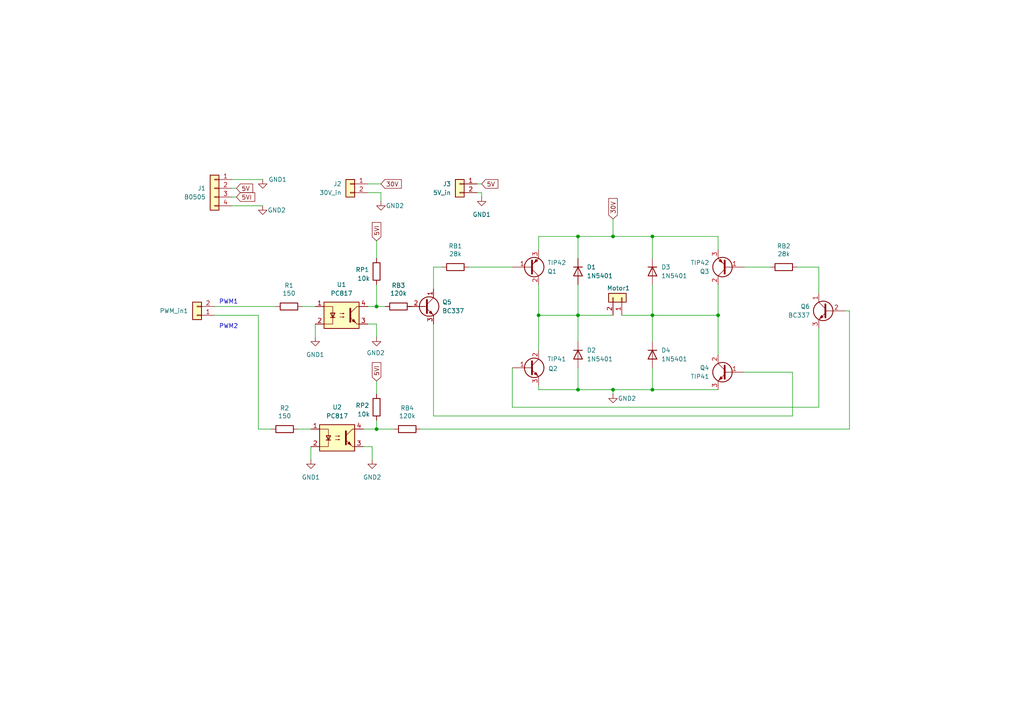
<source format=kicad_sch>
(kicad_sch (version 20231120) (generator "eeschema") (generator_version "8.0")
  (paper "A4")
  (lib_symbols
    (symbol "Connector_Generic:Conn_01x02" (pin_names (offset 1.016) hide)
      (property "Reference" "J" (at 0 2.54 0))
      (property "Value" "Conn_01x02" (at 0 -5.08 0))
      (symbol "Conn_01x02_1_1"
        (rectangle (start -1.27 -2.413) (end 0 -2.667) (stroke (width 0.1524)))
        (rectangle (start -1.27 0.127) (end 0 -0.127) (stroke (width 0.1524)))
        (rectangle (start -1.27 1.27) (end 1.27 -3.81) (stroke (width 0.254)) (fill (type background)))
        (pin passive line (at -5.08 0 0) (length 3.81) (name "Pin_1") (number "1"))
        (pin passive line (at -5.08 -2.54 0) (length 3.81) (name "Pin_2") (number "2"))
      )
    )
    (symbol "Connector_Generic:Conn_01x04" (pin_names (offset 1.016) hide)
      (property "Reference" "J" (at 0 5.08 0))
      (property "Value" "Conn_01x04" (at 0 -7.62 0))
      (symbol "Conn_01x04_1_1"
        (rectangle (start -1.27 -4.953) (end 0 -5.207) (stroke (width 0.1524)))
        (rectangle (start -1.27 -2.413) (end 0 -2.667) (stroke (width 0.1524)))
        (rectangle (start -1.27 0.127) (end 0 -0.127) (stroke (width 0.1524)))
        (rectangle (start -1.27 2.667) (end 0 2.413) (stroke (width 0.1524)))
        (rectangle (start -1.27 3.81) (end 1.27 -6.35) (stroke (width 0.254)) (fill (type background)))
        (pin passive line (at -5.08 2.54 0) (length 3.81) (name "Pin_1") (number "1"))
        (pin passive line (at -5.08 0 0) (length 3.81) (name "Pin_2") (number "2"))
        (pin passive line (at -5.08 -2.54 0) (length 3.81) (name "Pin_3") (number "3"))
        (pin passive line (at -5.08 -5.08 0) (length 3.81) (name "Pin_4") (number "4"))
      )
    )
    (symbol "Device:R" (pin_numbers hide) (pin_names (offset 0))
      (property "Reference" "R" (at 2.032 0 90))
      (property "Value" "R" (at 0 0 90))
      (symbol "R_0_1"
        (rectangle (start -1.016 -2.54) (end 1.016 2.54) (stroke (width 0.254)))
      )
      (symbol "R_1_1"
        (pin passive line (at 0 3.81 270) (length 1.27) (name "~") (number "1"))
        (pin passive line (at 0 -3.81 90) (length 1.27) (name "~") (number "2"))
      )
    )
    (symbol "Diode:1N5401" (pin_numbers hide) (pin_names hide)
      (property "Reference" "D" (at 0 2.54 0))
      (property "Value" "1N5401" (at 0 -2.54 0))
      (symbol "1N5401_0_1"
        (polyline (pts (xy -1.27 1.27) (xy -1.27 -1.27)) (stroke (width 0.254)))
        (polyline (pts (xy 1.27 0) (xy -1.27 0)))
        (polyline (pts (xy 1.27 1.27) (xy 1.27 -1.27) (xy -1.27 0) (xy 1.27 1.27)) (stroke (width 0.254)))
      )
      (symbol "1N5401_1_1"
        (pin passive line (at -3.81 0 0) (length 2.54) (name "K") (number "1"))
        (pin passive line (at 3.81 0 180) (length 2.54) (name "A") (number "2"))
      )
    )
    (symbol "Isolator:PC817" (pin_names (offset 1.016))
      (property "Reference" "U" (at -5.08 5.08 0))
      (property "Value" "PC817" (at 0 5.08 0))
      (symbol "PC817_0_1"
        (rectangle (start -5.08 3.81) (end 5.08 -3.81) (stroke (width 0.254)) (fill (type background)))
        (polyline (pts (xy -3.175 -0.635) (xy -1.905 -0.635)) (stroke (width 0.254)))
        (polyline (pts (xy 2.54 0.635) (xy 4.445 2.54)))
        (polyline (pts (xy 4.445 -2.54) (xy 2.54 -0.635)) (fill (type outline)))
        (polyline (pts (xy 4.445 -2.54) (xy 5.08 -2.54)))
        (polyline (pts (xy 4.445 2.54) (xy 5.08 2.54)))
        (polyline (pts (xy -5.08 2.54) (xy -2.54 2.54) (xy -2.54 -0.635)))
        (polyline (pts (xy -2.54 -0.635) (xy -2.54 -2.54) (xy -5.08 -2.54)))
        (polyline (pts (xy 2.54 1.905) (xy 2.54 -1.905) (xy 2.54 -1.905)) (stroke (width 0.508)))
        (polyline (pts (xy -2.54 -0.635) (xy -3.175 0.635) (xy -1.905 0.635) (xy -2.54 -0.635)) (stroke (width 0.254)))
        (polyline (pts (xy -0.508 -0.508) (xy 0.762 -0.508) (xy 0.381 -0.635) (xy 0.381 -0.381) (xy 0.762 -0.508)))
        (polyline (pts (xy -0.508 0.508) (xy 0.762 0.508) (xy 0.381 0.381) (xy 0.381 0.635) (xy 0.762 0.508)))
        (polyline (pts (xy 3.048 -1.651) (xy 3.556 -1.143) (xy 4.064 -2.159) (xy 3.048 -1.651) (xy 3.048 -1.651)) (fill (type outline)))
      )
      (symbol "PC817_1_1"
        (pin passive line (at -7.62 2.54 0) (length 2.54) (name "~") (number "1"))
        (pin passive line (at -7.62 -2.54 0) (length 2.54) (name "~") (number "2"))
        (pin passive line (at 7.62 -2.54 180) (length 2.54) (name "~") (number "3"))
        (pin passive line (at 7.62 2.54 180) (length 2.54) (name "~") (number "4"))
      )
    )
    (symbol "Transistor_BJT:BC337" (pin_names (offset 0) hide)
      (property "Reference" "Q" (at 5.08 1.905 0))
      (property "Value" "BC337" (at 5.08 0 0))
      (symbol "BC337_0_1"
        (polyline (pts (xy 0 0) (xy 0.635 0)))
        (polyline (pts (xy 0.635 0.635) (xy 2.54 2.54)))
        (polyline (pts (xy 0.635 -0.635) (xy 2.54 -2.54) (xy 2.54 -2.54)))
        (polyline (pts (xy 0.635 1.905) (xy 0.635 -1.905) (xy 0.635 -1.905)) (stroke (width 0.508)))
        (polyline (pts (xy 1.27 -1.778) (xy 1.778 -1.27) (xy 2.286 -2.286) (xy 1.27 -1.778) (xy 1.27 -1.778)) (fill (type outline)))
        (circle (center 1.27 0) (radius 2.8194) (stroke (width 0.254)))
      )
      (symbol "BC337_1_1"
        (pin passive line (at 2.54 5.08 270) (length 2.54) (name "C") (number "1"))
        (pin input line (at -5.08 0 0) (length 5.08) (name "B") (number "2"))
        (pin passive line (at 2.54 -5.08 90) (length 2.54) (name "E") (number "3"))
      )
    )
    (symbol "Transistor_BJT:TIP41" (pin_names (offset 0) hide)
      (property "Reference" "Q" (at 6.35 1.905 0))
      (property "Value" "TIP41" (at 6.35 0 0))
      (symbol "TIP41_0_1"
        (polyline (pts (xy 0.635 0.635) (xy 2.54 2.54)))
        (polyline (pts (xy 0.635 -0.635) (xy 2.54 -2.54) (xy 2.54 -2.54)))
        (polyline (pts (xy 0.635 1.905) (xy 0.635 -1.905) (xy 0.635 -1.905)) (stroke (width 0.508)))
        (polyline (pts (xy 1.27 -1.778) (xy 1.778 -1.27) (xy 2.286 -2.286) (xy 1.27 -1.778) (xy 1.27 -1.778)) (fill (type outline)))
        (circle (center 1.27 0) (radius 2.8194) (stroke (width 0.254)))
      )
      (symbol "TIP41_1_1"
        (pin input line (at -5.08 0 0) (length 5.715) (name "B") (number "1"))
        (pin passive line (at 2.54 5.08 270) (length 2.54) (name "C") (number "2"))
        (pin passive line (at 2.54 -5.08 90) (length 2.54) (name "E") (number "3"))
      )
    )
    (symbol "Transistor_BJT:TIP42" (pin_names (offset 0) hide)
      (property "Reference" "Q" (at 6.35 1.905 0))
      (property "Value" "TIP42" (at 6.35 0 0))
      (symbol "TIP42_0_1"
        (polyline (pts (xy 0.635 0.635) (xy 2.54 2.54)))
        (polyline (pts (xy 0.635 -0.635) (xy 2.54 -2.54) (xy 2.54 -2.54)))
        (polyline (pts (xy 0.635 1.905) (xy 0.635 -1.905) (xy 0.635 -1.905)) (stroke (width 0.508)))
        (polyline (pts (xy 2.286 -1.778) (xy 1.778 -2.286) (xy 1.27 -1.27) (xy 2.286 -1.778) (xy 2.286 -1.778)) (fill (type outline)))
        (circle (center 1.27 0) (radius 2.8194) (stroke (width 0.254)))
      )
      (symbol "TIP42_1_1"
        (pin input line (at -5.08 0 0) (length 5.715) (name "B") (number "1"))
        (pin passive line (at 2.54 5.08 270) (length 2.54) (name "C") (number "2"))
        (pin passive line (at 2.54 -5.08 90) (length 2.54) (name "E") (number "3"))
      )
    )
    (symbol "power:GND" (power) (pin_numbers hide) (pin_names (offset 0) hide)
      (property "Value" "GND" (at 0 -3.81 0))
      (symbol "GND_0_1"
        (polyline (pts (xy 0 0) (xy 0 -1.27) (xy 1.27 -1.27) (xy 0 -2.54) (xy -1.27 -1.27) (xy 0 -1.27)))
      )
      (symbol "GND_1_1"
        (pin power_in line (at 0 0 270) (length 0) (name "~") (number "1"))
      )
    )
  )
  (junction (at 167.64 113.03))
  (junction (at 109.22 88.9))
  (junction (at 167.64 68.58))
  (junction (at 189.23 91.44))
  (junction (at 177.8 68.58))
  (junction (at 109.22 124.46))
  (junction (at 167.64 91.44))
  (junction (at 189.23 68.58))
  (junction (at 189.23 113.03))
  (junction (at 208.28 91.44))
  (junction (at 156.21 91.44))
  (junction (at 177.8 113.03))
  (wire (pts (xy 246.38 90.17) (xy 245.11 90.17)))
  (wire (pts (xy 109.22 121.92) (xy 109.22 124.46)))
  (wire (pts (xy 62.23 91.44) (xy 74.93 91.44)))
  (wire (pts (xy 135.89 77.47) (xy 148.59 77.47)))
  (wire (pts (xy 189.23 68.58) (xy 189.23 74.93)))
  (wire (pts (xy 110.49 58.42) (xy 110.49 55.88)))
  (wire (pts (xy 67.31 54.61) (xy 68.58 54.61)))
  (wire (pts (xy 139.7 55.88) (xy 139.7 57.15)))
  (wire (pts (xy 138.43 55.88) (xy 139.7 55.88)))
  (wire (pts (xy 74.93 124.46) (xy 78.74 124.46)))
  (wire (pts (xy 167.64 68.58) (xy 167.64 74.93)))
  (wire (pts (xy 167.64 82.55) (xy 167.64 91.44)))
  (wire (pts (xy 156.21 113.03) (xy 167.64 113.03)))
  (wire (pts (xy 109.22 69.85) (xy 109.22 74.93)))
  (wire (pts (xy 109.22 93.98) (xy 109.22 97.79)))
  (wire (pts (xy 110.49 55.88) (xy 106.68 55.88)))
  (wire (pts (xy 189.23 113.03) (xy 208.28 113.03)))
  (wire (pts (xy 107.95 129.54) (xy 107.95 133.35)))
  (wire (pts (xy 62.23 88.9) (xy 80.01 88.9)))
  (wire (pts (xy 208.28 91.44) (xy 208.28 102.87)))
  (wire (pts (xy 128.27 77.47) (xy 125.73 77.47)))
  (wire (pts (xy 215.9 107.95) (xy 229.87 107.95)))
  (wire (pts (xy 109.22 88.9) (xy 111.76 88.9)))
  (wire (pts (xy 125.73 77.47) (xy 125.73 83.82)))
  (wire (pts (xy 156.21 82.55) (xy 156.21 91.44)))
  (wire (pts (xy 109.22 110.49) (xy 109.22 114.3)))
  (wire (pts (xy 106.68 88.9) (xy 109.22 88.9)))
  (wire (pts (xy 229.87 120.65) (xy 125.73 120.65)))
  (wire (pts (xy 67.31 57.15) (xy 68.58 57.15)))
  (wire (pts (xy 119.38 88.9) (xy 118.11 88.9)))
  (wire (pts (xy 167.64 91.44) (xy 167.64 99.06)))
  (wire (pts (xy 177.8 68.58) (xy 167.64 68.58)))
  (wire (pts (xy 167.64 68.58) (xy 156.21 68.58)))
  (wire (pts (xy 189.23 82.55) (xy 189.23 91.44)))
  (wire (pts (xy 91.44 97.79) (xy 91.44 93.98)))
  (wire (pts (xy 177.8 113.03) (xy 177.8 114.3)))
  (wire (pts (xy 76.2 59.69) (xy 67.31 59.69)))
  (wire (pts (xy 74.93 124.46) (xy 74.93 91.44)))
  (wire (pts (xy 237.49 95.25) (xy 237.49 118.11)))
  (wire (pts (xy 125.73 120.65) (xy 125.73 93.98)))
  (wire (pts (xy 167.64 91.44) (xy 177.8 91.44)))
  (wire (pts (xy 189.23 91.44) (xy 208.28 91.44)))
  (wire (pts (xy 109.22 124.46) (xy 114.3 124.46)))
  (wire (pts (xy 87.63 88.9) (xy 91.44 88.9)))
  (wire (pts (xy 189.23 91.44) (xy 189.23 99.06)))
  (wire (pts (xy 156.21 91.44) (xy 167.64 91.44)))
  (wire (pts (xy 167.64 113.03) (xy 177.8 113.03)))
  (wire (pts (xy 189.23 106.68) (xy 189.23 113.03)))
  (wire (pts (xy 237.49 85.09) (xy 237.49 77.47)))
  (wire (pts (xy 177.8 68.58) (xy 189.23 68.58)))
  (wire (pts (xy 231.14 77.47) (xy 237.49 77.47)))
  (wire (pts (xy 86.36 124.46) (xy 90.17 124.46)))
  (wire (pts (xy 167.64 106.68) (xy 167.64 113.03)))
  (wire (pts (xy 246.38 90.17) (xy 246.38 124.46)))
  (wire (pts (xy 156.21 91.44) (xy 156.21 101.6)))
  (wire (pts (xy 139.7 53.34) (xy 138.43 53.34)))
  (wire (pts (xy 148.59 106.68) (xy 148.59 118.11)))
  (wire (pts (xy 109.22 82.55) (xy 109.22 88.9)))
  (wire (pts (xy 208.28 82.55) (xy 208.28 91.44)))
  (wire (pts (xy 121.92 124.46) (xy 246.38 124.46)))
  (wire (pts (xy 189.23 68.58) (xy 208.28 68.58)))
  (wire (pts (xy 105.41 129.54) (xy 107.95 129.54)))
  (wire (pts (xy 177.8 113.03) (xy 189.23 113.03)))
  (wire (pts (xy 229.87 107.95) (xy 229.87 120.65)))
  (wire (pts (xy 177.8 63.5) (xy 177.8 68.58)))
  (wire (pts (xy 156.21 113.03) (xy 156.21 111.76)))
  (wire (pts (xy 156.21 68.58) (xy 156.21 72.39)))
  (wire (pts (xy 208.28 72.39) (xy 208.28 68.58)))
  (wire (pts (xy 180.34 91.44) (xy 189.23 91.44)))
  (wire (pts (xy 110.49 53.34) (xy 106.68 53.34)))
  (wire (pts (xy 105.41 124.46) (xy 109.22 124.46)))
  (wire (pts (xy 148.59 118.11) (xy 237.49 118.11)))
  (wire (pts (xy 215.9 77.47) (xy 223.52 77.47)))
  (wire (pts (xy 67.31 52.07) (xy 76.2 52.07)))
  (wire (pts (xy 90.17 129.54) (xy 90.17 133.35)))
  (wire (pts (xy 106.68 93.98) (xy 109.22 93.98)))
  (text "PWM2" (at 66.294 94.742 0) (effects (font (size 1.27 1.27))))
  (text "PWM1" (at 66.294 87.63 0) (effects (font (size 1.27 1.27))))
  (global_label "5VI" (shape input) (at 68.58 57.15 0) (property "Intersheetrefs" "${INTERSHEET_REFS}" (effects (hide yes))))
  (global_label "5VI" (shape input) (at 109.22 110.49 90) (property "Intersheetrefs" "${INTERSHEET_REFS}" (effects (hide yes))))
  (global_label "5VI" (shape input) (at 109.22 69.85 90) (property "Intersheetrefs" "${INTERSHEET_REFS}" (effects (hide yes))))
  (global_label "5V" (shape input) (at 68.58 54.61 0) (property "Intersheetrefs" "${INTERSHEET_REFS}" (effects (hide yes))))
  (global_label "30V" (shape input) (at 177.8 63.5 90) (property "Intersheetrefs" "${INTERSHEET_REFS}" (effects (hide yes))))
  (global_label "30V" (shape input) (at 110.49 53.34 0) (property "Intersheetrefs" "${INTERSHEET_REFS}" (effects (hide yes))))
  (global_label "5V" (shape input) (at 139.7 53.34 0) (property "Intersheetrefs" "${INTERSHEET_REFS}" (effects (hide yes))))
  (symbol (lib_id "power:GND") (at 177.8 114.3 0) (unit 1)
    (property "Reference" "#PWR09" (effects (hide yes)))
    (property "Value" "GND2" (at 181.864 115.57 0))
    (property "Description" "Power symbol creates a global label with name \"GND\" , ground" (effects (hide yes)))
  )
  (symbol (lib_id "Isolator:PC817") (at 99.06 91.44 0) (unit 1)
    (property "Reference" "U1" (at 99.06 82.55 0))
    (property "Value" "PC817" (at 99.06 85.09 0))
    (property "Footprint" "Package_DIP:DIP-4_W7.62mm" (effects (hide yes)))
    (property "Datasheet" "http://www.soselectronic.cz/a_info/resource/d/pc817.pdf" (effects (hide yes)))
    (property "Description" "DC Optocoupler, Vce 35V, CTR 50-300%, DIP-4" (effects (hide yes)))
  )
  (symbol (lib_id "Isolator:PC817") (at 97.79 127 0) (unit 1)
    (property "Reference" "U2" (at 97.79 118.11 0))
    (property "Value" "PC817" (at 97.79 120.65 0))
    (property "Footprint" "Package_DIP:DIP-4_W7.62mm" (effects (hide yes)))
    (property "Datasheet" "http://www.soselectronic.cz/a_info/resource/d/pc817.pdf" (effects (hide yes)))
    (property "Description" "DC Optocoupler, Vce 35V, CTR 50-300%, DIP-4" (effects (hide yes)))
  )
  (symbol (lib_id "Connector_Generic:Conn_01x02") (at 180.34 86.36 270) (mirror x) (unit 1)
    (property "Reference" "Motor1" (at 176.022 83.566 90) (effects (justify left)))
    (property "Value" "Conn_01x02" (effects (hide yes)))
    (property "Footprint" "TerminalBlock_Phoenix:TerminalBlock_Phoenix_MKDS-1,5-2_1x02_P5.00mm_Horizontal" (effects (hide yes)))
    (property "Description" "Generic connector, single row, 01x02, script generated (kicad-library-utils/schlib/autogen/connector/)" (effects (hide yes)))
  )
  (symbol (lib_id "Device:R") (at 109.22 118.11 180) (unit 1)
    (property "Reference" "RP2" (at 103.124 117.602 0) (effects (justify right)))
    (property "Value" "10k" (at 103.632 120.142 0) (effects (justify right)))
    (property "Footprint" "Resistor_THT:R_Axial_DIN0207_L6.3mm_D2.5mm_P10.16mm_Horizontal" (effects (hide yes)))
    (property "Description" "Resistor" (effects (hide yes)))
  )
  (symbol (lib_id "Connector_Generic:Conn_01x02") (at 101.6 53.34 0) (mirror y) (unit 1)
    (property "Reference" "J2" (at 99.06 53.3399 0) (effects (justify left)))
    (property "Value" "30V_in" (at 99.06 55.8799 0) (effects (justify left)))
    (property "Footprint" "TerminalBlock_Phoenix:TerminalBlock_Phoenix_MKDS-1,5-2_1x02_P5.00mm_Horizontal" (effects (hide yes)))
    (property "Description" "Generic connector, single row, 01x02, script generated (kicad-library-utils/schlib/autogen/connector/)" (effects (hide yes)))
  )
  (symbol (lib_id "power:GND") (at 107.95 133.35 0) (unit 1)
    (property "Reference" "#PWR05" (effects (hide yes)))
    (property "Value" "GND2" (at 107.95 138.43 0))
    (property "Description" "Power symbol creates a global label with name \"GND\" , ground" (effects (hide yes)))
  )
  (symbol (lib_id "power:GND") (at 110.49 58.42 0) (unit 1)
    (property "Reference" "#PWR07" (effects (hide yes)))
    (property "Value" "GND2" (at 114.554 59.69 0))
    (property "Description" "Power symbol creates a global label with name \"GND\" , ground" (effects (hide yes)))
  )
  (symbol (lib_id "Transistor_BJT:TIP42") (at 210.82 77.47 180) (unit 1)
    (property "Reference" "Q3" (at 205.74 78.7401 0) (effects (justify left)))
    (property "Value" "TIP42" (at 205.74 76.2001 0) (effects (justify left)))
    (property "Footprint" "Package_TO_SOT_THT:TO-220-3_Vertical" (effects (hide yes)))
    (property "Datasheet" "https://www.centralsemi.com/get_document.php?cmp=1&mergetype=pd&mergepath=pd&pdf_id=TIP42.PDF" (effects (hide yes)))
    (property "Description" "-6A Ic, -40V Vce, Power PNP Transistor, TO-220" (effects (hide yes)))
  )
  (symbol (lib_id "Device:R") (at 227.33 77.47 90) (unit 1)
    (property "Reference" "RB2" (at 227.33 71.374 90))
    (property "Value" "28k" (at 227.33 73.66 90))
    (property "Footprint" "Resistor_THT:R_Axial_DIN0207_L6.3mm_D2.5mm_P10.16mm_Horizontal" (effects (hide yes)))
    (property "Description" "Resistor" (effects (hide yes)))
  )
  (symbol (lib_id "Device:R") (at 82.55 124.46 90) (unit 1)
    (property "Reference" "R2" (at 82.55 118.364 90))
    (property "Value" "150" (at 82.55 120.65 90))
    (property "Footprint" "Resistor_THT:R_Axial_DIN0207_L6.3mm_D2.5mm_P10.16mm_Horizontal" (effects (hide yes)))
    (property "Description" "Resistor" (effects (hide yes)))
  )
  (symbol (lib_id "Transistor_BJT:TIP41") (at 153.67 106.68 0) (unit 1)
    (property "Reference" "Q2" (at 159.004 106.934 0) (effects (justify left)))
    (property "Value" "TIP41" (at 158.75 104.14 0) (effects (justify left)))
    (property "Footprint" "Package_TO_SOT_THT:TO-220-3_Vertical" (effects (hide yes)))
    (property "Datasheet" "https://www.centralsemi.com/get_document.php?cmp=1&mergetype=pd&mergepath=pd&pdf_id=tip41.PDF" (effects (hide yes)))
    (property "Description" "6A Ic, 40V Vce, Power NPN Transistor, TO-220" (effects (hide yes)))
  )
  (symbol (lib_id "Device:R") (at 118.11 124.46 90) (unit 1)
    (property "Reference" "RB4" (at 118.11 118.364 90))
    (property "Value" "120k" (at 118.11 120.65 90))
    (property "Footprint" "Resistor_THT:R_Axial_DIN0207_L6.3mm_D2.5mm_P10.16mm_Horizontal" (effects (hide yes)))
    (property "Description" "Resistor" (effects (hide yes)))
  )
  (symbol (lib_id "Connector_Generic:Conn_01x04") (at 62.23 54.61 0) (mirror y) (unit 1)
    (property "Reference" "J1" (at 59.69 54.6099 0) (effects (justify left)))
    (property "Value" "B0505" (at 59.69 57.1499 0) (effects (justify left)))
    (property "Footprint" "TerminalBlock_Phoenix:TerminalBlock_Phoenix_PT-1,5-4-3.5-H_1x04_P3.50mm_Horizontal" (effects (hide yes)))
    (property "Description" "Generic connector, single row, 01x04, script generated (kicad-library-utils/schlib/autogen/connector/)" (effects (hide yes)))
  )
  (symbol (lib_id "power:GND") (at 76.2 52.07 0) (unit 1)
    (property "Reference" "#PWR01" (effects (hide yes)))
    (property "Value" "GND1" (at 80.518 52.07 0))
    (property "Description" "Power symbol creates a global label with name \"GND\" , ground" (effects (hide yes)))
  )
  (symbol (lib_id "power:GND") (at 90.17 133.35 0) (unit 1)
    (property "Reference" "#PWR03" (effects (hide yes)))
    (property "Value" "GND1" (at 90.17 138.43 0))
    (property "Description" "Power symbol creates a global label with name \"GND\" , ground" (effects (hide yes)))
  )
  (symbol (lib_id "Connector_Generic:Conn_01x02") (at 133.35 53.34 0) (mirror y) (unit 1)
    (property "Reference" "J3" (at 130.81 53.3399 0) (effects (justify left)))
    (property "Value" "5V_in" (at 130.81 55.8799 0) (effects (justify left)))
    (property "Footprint" "TerminalBlock_Phoenix:TerminalBlock_Phoenix_MKDS-1,5-2_1x02_P5.00mm_Horizontal" (effects (hide yes)))
    (property "Description" "Generic connector, single row, 01x02, script generated (kicad-library-utils/schlib/autogen/connector/)" (effects (hide yes)))
  )
  (symbol (lib_id "Transistor_BJT:TIP41") (at 210.82 107.95 0) (mirror y) (unit 1)
    (property "Reference" "Q4" (at 205.74 106.6799 0) (effects (justify left)))
    (property "Value" "TIP41" (at 205.74 109.2199 0) (effects (justify left)))
    (property "Footprint" "Package_TO_SOT_THT:TO-220-3_Vertical" (effects (hide yes)))
    (property "Datasheet" "https://www.centralsemi.com/get_document.php?cmp=1&mergetype=pd&mergepath=pd&pdf_id=tip41.PDF" (effects (hide yes)))
    (property "Description" "6A Ic, 40V Vce, Power NPN Transistor, TO-220" (effects (hide yes)))
  )
  (symbol (lib_id "Diode:1N5401") (at 167.64 102.87 270) (unit 1)
    (property "Reference" "D2" (at 170.18 101.5999 90) (effects (justify left)))
    (property "Value" "1N5401" (at 170.18 104.1399 90) (effects (justify left)))
    (property "Footprint" "Diode_THT:D_DO-201AD_P15.24mm_Horizontal" (effects (hide yes)))
    (property "Datasheet" "http://www.vishay.com/docs/88516/1n5400.pdf" (effects (hide yes)))
    (property "Description" "100V 3A General Purpose Rectifier Diode, DO-201AD" (effects (hide yes)))
    (property "Sim.Device" "D" (effects (hide yes)))
    (property "Sim.Pins" "1=K 2=A" (effects (hide yes)))
  )
  (symbol (lib_id "Device:R") (at 83.82 88.9 90) (unit 1)
    (property "Reference" "R1" (at 83.82 82.804 90))
    (property "Value" "150" (at 83.82 85.09 90))
    (property "Footprint" "Resistor_THT:R_Axial_DIN0207_L6.3mm_D2.5mm_P10.16mm_Horizontal" (effects (hide yes)))
    (property "Description" "Resistor" (effects (hide yes)))
  )
  (symbol (lib_id "Transistor_BJT:BC337") (at 240.03 90.17 0) (mirror y) (unit 1)
    (property "Reference" "Q6" (at 234.95 88.8999 0) (effects (justify left)))
    (property "Value" "BC337" (at 234.95 91.4399 0) (effects (justify left)))
    (property "Footprint" "Package_TO_SOT_THT:TO-92_Inline" (effects (hide yes)))
    (property "Datasheet" "https://diotec.com/tl_files/diotec/files/pdf/datasheets/bc337.pdf" (effects (hide yes)))
    (property "Description" "0.8A Ic, 45V Vce, NPN Transistor, TO-92" (effects (hide yes)))
  )
  (symbol (lib_id "Device:R") (at 115.57 88.9 90) (unit 1)
    (property "Reference" "RB3" (at 115.57 82.804 90))
    (property "Value" "120k" (at 115.57 85.09 90))
    (property "Footprint" "Resistor_THT:R_Axial_DIN0207_L6.3mm_D2.5mm_P10.16mm_Horizontal" (effects (hide yes)))
    (property "Description" "Resistor" (effects (hide yes)))
  )
  (symbol (lib_id "Diode:1N5401") (at 167.64 78.74 270) (unit 1)
    (property "Reference" "D1" (at 170.18 77.4699 90) (effects (justify left)))
    (property "Value" "1N5401" (at 170.18 80.0099 90) (effects (justify left)))
    (property "Footprint" "Diode_THT:D_DO-201AD_P15.24mm_Horizontal" (effects (hide yes)))
    (property "Datasheet" "http://www.vishay.com/docs/88516/1n5400.pdf" (effects (hide yes)))
    (property "Description" "100V 3A General Purpose Rectifier Diode, DO-201AD" (effects (hide yes)))
    (property "Sim.Device" "D" (effects (hide yes)))
    (property "Sim.Pins" "1=K 2=A" (effects (hide yes)))
  )
  (symbol (lib_id "power:GND") (at 109.22 97.79 0) (unit 1)
    (property "Reference" "#PWR06" (effects (hide yes)))
    (property "Value" "GND2" (at 108.966 102.362 0))
    (property "Description" "Power symbol creates a global label with name \"GND\" , ground" (effects (hide yes)))
  )
  (symbol (lib_id "power:GND") (at 91.44 97.79 0) (unit 1)
    (property "Reference" "#PWR04" (effects (hide yes)))
    (property "Value" "GND1" (at 91.44 102.87 0))
    (property "Description" "Power symbol creates a global label with name \"GND\" , ground" (effects (hide yes)))
  )
  (symbol (lib_id "Transistor_BJT:TIP42") (at 153.67 77.47 0) (mirror x) (unit 1)
    (property "Reference" "Q1" (at 158.75 78.74 0) (effects (justify left)))
    (property "Value" "TIP42" (at 158.75 76.2 0) (effects (justify left)))
    (property "Footprint" "Package_TO_SOT_THT:TO-220-3_Vertical" (effects (hide yes)))
    (property "Datasheet" "https://www.centralsemi.com/get_document.php?cmp=1&mergetype=pd&mergepath=pd&pdf_id=TIP42.PDF" (effects (hide yes)))
    (property "Description" "-6A Ic, -40V Vce, Power PNP Transistor, TO-220" (effects (hide yes)))
  )
  (symbol (lib_id "Device:R") (at 132.08 77.47 90) (unit 1)
    (property "Reference" "RB1" (at 132.08 71.374 90))
    (property "Value" "28k" (at 132.08 73.66 90))
    (property "Footprint" "Resistor_THT:R_Axial_DIN0207_L6.3mm_D2.5mm_P10.16mm_Horizontal" (effects (hide yes)))
    (property "Description" "Resistor" (effects (hide yes)))
  )
  (symbol (lib_id "power:GND") (at 139.7 57.15 0) (unit 1)
    (property "Reference" "#PWR08" (effects (hide yes)))
    (property "Value" "GND1" (at 139.7 62.23 0))
    (property "Description" "Power symbol creates a global label with name \"GND\" , ground" (effects (hide yes)))
  )
  (symbol (lib_id "Diode:1N5401") (at 189.23 102.87 270) (unit 1)
    (property "Reference" "D4" (at 191.77 101.5999 90) (effects (justify left)))
    (property "Value" "1N5401" (at 191.77 104.1399 90) (effects (justify left)))
    (property "Footprint" "Diode_THT:D_DO-201AD_P15.24mm_Horizontal" (effects (hide yes)))
    (property "Datasheet" "http://www.vishay.com/docs/88516/1n5400.pdf" (effects (hide yes)))
    (property "Description" "100V 3A General Purpose Rectifier Diode, DO-201AD" (effects (hide yes)))
    (property "Sim.Device" "D" (effects (hide yes)))
    (property "Sim.Pins" "1=K 2=A" (effects (hide yes)))
  )
  (symbol (lib_id "Transistor_BJT:BC337") (at 123.19 88.9 0) (unit 1)
    (property "Reference" "Q5" (at 128.27 87.6299 0) (effects (justify left)))
    (property "Value" "BC337" (at 128.27 90.1699 0) (effects (justify left)))
    (property "Footprint" "Package_TO_SOT_THT:TO-92_Inline" (effects (hide yes)))
    (property "Datasheet" "https://diotec.com/tl_files/diotec/files/pdf/datasheets/bc337.pdf" (effects (hide yes)))
    (property "Description" "0.8A Ic, 45V Vce, NPN Transistor, TO-92" (effects (hide yes)))
  )
  (symbol (lib_id "Device:R") (at 109.22 78.74 180) (unit 1)
    (property "Reference" "RP1" (at 103.124 78.232 0) (effects (justify right)))
    (property "Value" "10k" (at 103.632 80.772 0) (effects (justify right)))
    (property "Footprint" "Resistor_THT:R_Axial_DIN0207_L6.3mm_D2.5mm_P10.16mm_Horizontal" (effects (hide yes)))
    (property "Description" "Resistor" (effects (hide yes)))
  )
  (symbol (lib_id "Diode:1N5401") (at 189.23 78.74 270) (unit 1)
    (property "Reference" "D3" (at 191.77 77.4699 90) (effects (justify left)))
    (property "Value" "1N5401" (at 191.77 80.0099 90) (effects (justify left)))
    (property "Footprint" "Diode_THT:D_DO-201AD_P15.24mm_Horizontal" (effects (hide yes)))
    (property "Datasheet" "http://www.vishay.com/docs/88516/1n5400.pdf" (effects (hide yes)))
    (property "Description" "100V 3A General Purpose Rectifier Diode, DO-201AD" (effects (hide yes)))
    (property "Sim.Device" "D" (effects (hide yes)))
    (property "Sim.Pins" "1=K 2=A" (effects (hide yes)))
  )
  (symbol (lib_id "Connector_Generic:Conn_01x02") (at 57.15 91.44 180) (unit 1)
    (property "Reference" "PWM_in1" (at 54.61 90.17 0) (effects (justify left)))
    (property "Value" "Conn_01x02" (effects (hide yes)))
    (property "Footprint" "TerminalBlock_Phoenix:TerminalBlock_Phoenix_MKDS-1,5-2_1x02_P5.00mm_Horizontal" (effects (hide yes)))
    (property "Description" "Generic connector, single row, 01x02, script generated (kicad-library-utils/schlib/autogen/connector/)" (effects (hide yes)))
  )
  (symbol (lib_id "power:GND") (at 76.2 59.69 0) (unit 1)
    (property "Reference" "#PWR02" (effects (hide yes)))
    (property "Value" "GND2" (at 80.264 60.96 0))
    (property "Description" "Power symbol creates a global label with name \"GND\" , ground" (effects (hide yes)))
  )
)
</source>
